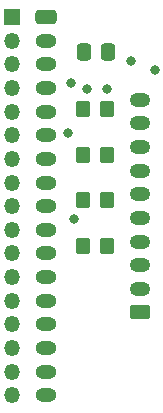
<source format=gbr>
%TF.GenerationSoftware,KiCad,Pcbnew,(6.0.1)*%
%TF.CreationDate,2022-07-06T22:23:35-07:00*%
%TF.ProjectId,mu100-dit-connector-board,6d753130-302d-4646-9974-2d636f6e6e65,rev?*%
%TF.SameCoordinates,PX4a615b8PY2b4db18*%
%TF.FileFunction,Soldermask,Top*%
%TF.FilePolarity,Negative*%
%FSLAX46Y46*%
G04 Gerber Fmt 4.6, Leading zero omitted, Abs format (unit mm)*
G04 Created by KiCad (PCBNEW (6.0.1)) date 2022-07-06 22:23:35*
%MOMM*%
%LPD*%
G01*
G04 APERTURE LIST*
G04 Aperture macros list*
%AMRoundRect*
0 Rectangle with rounded corners*
0 $1 Rounding radius*
0 $2 $3 $4 $5 $6 $7 $8 $9 X,Y pos of 4 corners*
0 Add a 4 corners polygon primitive as box body*
4,1,4,$2,$3,$4,$5,$6,$7,$8,$9,$2,$3,0*
0 Add four circle primitives for the rounded corners*
1,1,$1+$1,$2,$3*
1,1,$1+$1,$4,$5*
1,1,$1+$1,$6,$7*
1,1,$1+$1,$8,$9*
0 Add four rect primitives between the rounded corners*
20,1,$1+$1,$2,$3,$4,$5,0*
20,1,$1+$1,$4,$5,$6,$7,0*
20,1,$1+$1,$6,$7,$8,$9,0*
20,1,$1+$1,$8,$9,$2,$3,0*%
G04 Aperture macros list end*
%ADD10RoundRect,0.250000X-0.350000X-0.450000X0.350000X-0.450000X0.350000X0.450000X-0.350000X0.450000X0*%
%ADD11R,1.350000X1.350000*%
%ADD12O,1.350000X1.350000*%
%ADD13RoundRect,0.250000X-0.337500X-0.475000X0.337500X-0.475000X0.337500X0.475000X-0.337500X0.475000X0*%
%ADD14RoundRect,0.250000X0.625000X-0.350000X0.625000X0.350000X-0.625000X0.350000X-0.625000X-0.350000X0*%
%ADD15O,1.750000X1.200000*%
%ADD16RoundRect,0.250000X-0.650000X0.350000X-0.650000X-0.350000X0.650000X-0.350000X0.650000X0.350000X0*%
%ADD17O,1.800000X1.200000*%
%ADD18C,0.800000*%
G04 APERTURE END LIST*
D10*
%TO.C,R1*%
X86042400Y-68572000D03*
X88042400Y-68572000D03*
%TD*%
D11*
%TO.C,J1*%
X79988400Y-49242000D03*
D12*
X79988400Y-51242000D03*
X79988400Y-53242000D03*
X79988400Y-55242000D03*
X79988400Y-57242000D03*
X79988400Y-59242000D03*
X79988400Y-61242000D03*
X79988400Y-63242000D03*
X79988400Y-65242000D03*
X79988400Y-67242000D03*
X79988400Y-69242000D03*
X79988400Y-71242000D03*
X79988400Y-73242000D03*
X79988400Y-75242000D03*
X79988400Y-77242000D03*
X79988400Y-79242000D03*
X79988400Y-81242000D03*
%TD*%
D10*
%TO.C,R3*%
X86042400Y-64725332D03*
X88042400Y-64725332D03*
%TD*%
D13*
%TO.C,C1*%
X86054900Y-52162800D03*
X88129900Y-52162800D03*
%TD*%
D10*
%TO.C,R2*%
X86042400Y-60878666D03*
X88042400Y-60878666D03*
%TD*%
%TO.C,R4*%
X86042400Y-57032000D03*
X88042400Y-57032000D03*
%TD*%
D14*
%TO.C,J3*%
X90808400Y-74232000D03*
D15*
X90808400Y-72232000D03*
X90808400Y-70232000D03*
X90808400Y-68232000D03*
X90808400Y-66232000D03*
X90808400Y-64232000D03*
X90808400Y-62232000D03*
X90808400Y-60232000D03*
X90808400Y-58232000D03*
X90808400Y-56232000D03*
%TD*%
D16*
%TO.C,J2*%
X82848400Y-49242000D03*
D17*
X82848400Y-51242000D03*
X82848400Y-53242000D03*
X82848400Y-55242000D03*
X82848400Y-57242000D03*
X82848400Y-59242000D03*
X82848400Y-61242000D03*
X82848400Y-63242000D03*
X82848400Y-65242000D03*
X82848400Y-67242000D03*
X82848400Y-69242000D03*
X82848400Y-71242000D03*
X82848400Y-73242000D03*
X82848400Y-75242000D03*
X82848400Y-77242000D03*
X82848400Y-79242000D03*
X82848400Y-81242000D03*
%TD*%
D18*
X92088400Y-53722000D03*
X90058400Y-52932000D03*
X85028400Y-54802000D03*
X86388400Y-55292000D03*
X88068400Y-55352000D03*
X84756400Y-59071600D03*
X85213600Y-66310600D03*
M02*

</source>
